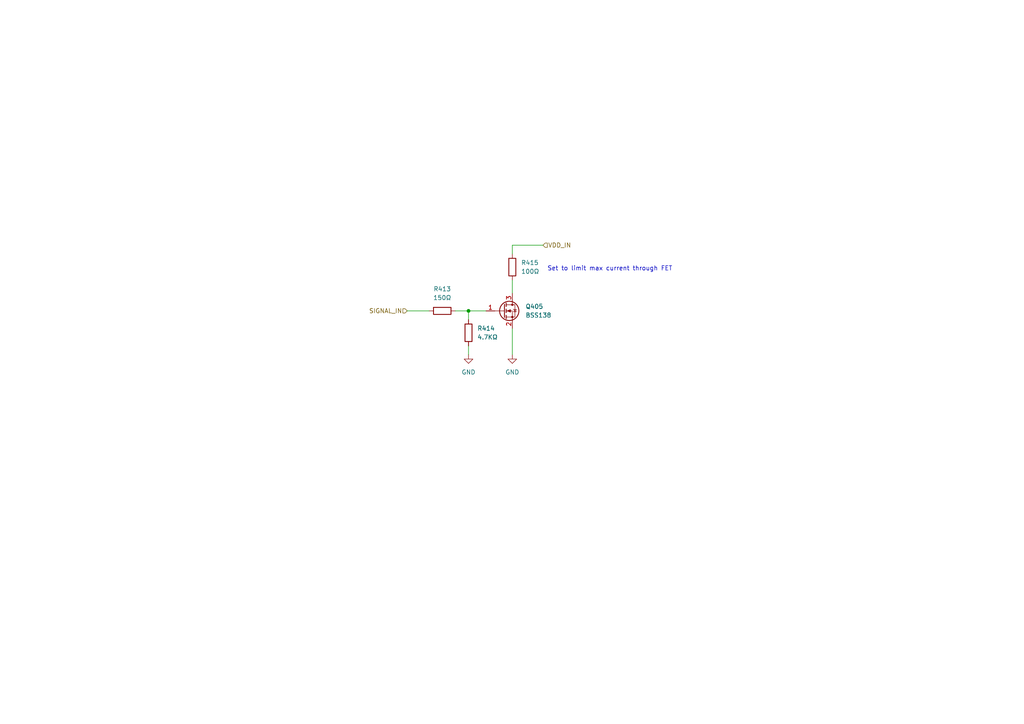
<source format=kicad_sch>
(kicad_sch (version 20211123) (generator eeschema)
  (paper "A4")
  (lib_symbols
    (symbol "Device:R" (pin_numbers hide) (pin_names (offset 0))
      (property "Reference" "R" (at 2.032 0 90))
      (property "Value" "R" (at 0 0 90))
      (symbol "R_0_1"
        (rectangle (start -1.016 -2.54) (end 1.016 2.54) (stroke (width 0.254)))
      )
      (symbol "R_1_1"
        (pin passive line (at 0 3.81 270) (length 1.27) (name "~") (number "1"))
        (pin passive line (at 0 -3.81 90) (length 1.27) (name "~") (number "2"))
      )
    )
    (symbol "Transistor_FET:BSS138" (pin_names hide)
      (property "Reference" "Q" (at 5.08 1.905 0))
      (property "Value" "BSS138" (at 5.08 0 0))
      (symbol "BSS138_0_1"
        (polyline (pts (xy 0.254 0) (xy -2.54 0)))
        (polyline (pts (xy 0.254 1.905) (xy 0.254 -1.905)) (stroke (width 0.254)))
        (polyline (pts (xy 0.762 -1.27) (xy 0.762 -2.286)) (stroke (width 0.254)))
        (polyline (pts (xy 0.762 0.508) (xy 0.762 -0.508)) (stroke (width 0.254)))
        (polyline (pts (xy 0.762 2.286) (xy 0.762 1.27)) (stroke (width 0.254)))
        (polyline (pts (xy 2.54 2.54) (xy 2.54 1.778)))
        (polyline (pts (xy 2.54 -2.54) (xy 2.54 0) (xy 0.762 0)))
        (polyline (pts (xy 0.762 -1.778) (xy 3.302 -1.778) (xy 3.302 1.778) (xy 0.762 1.778)))
        (polyline (pts (xy 1.016 0) (xy 2.032 0.381) (xy 2.032 -0.381) (xy 1.016 0)) (fill (type outline)))
        (polyline (pts (xy 2.794 0.508) (xy 2.921 0.381) (xy 3.683 0.381) (xy 3.81 0.254)))
        (polyline (pts (xy 3.302 0.381) (xy 2.921 -0.254) (xy 3.683 -0.254) (xy 3.302 0.381)))
        (circle (center 1.651 0) (radius 2.794) (stroke (width 0.254)))
        (circle (center 2.54 -1.778) (radius 0.254) (fill (type outline)))
        (circle (center 2.54 1.778) (radius 0.254) (fill (type outline)))
      )
      (symbol "BSS138_1_1"
        (pin input line (at -5.08 0 0) (length 2.54) (name "G") (number "1"))
        (pin passive line (at 2.54 -5.08 90) (length 2.54) (name "S") (number "2"))
        (pin passive line (at 2.54 5.08 270) (length 2.54) (name "D") (number "3"))
      )
    )
    (symbol "power:GND" (power) (pin_names (offset 0))
      (property "Value" "GND" (at 0 -3.81 0))
      (symbol "GND_0_1"
        (polyline (pts (xy 0 0) (xy 0 -1.27) (xy 1.27 -1.27) (xy 0 -2.54) (xy -1.27 -1.27) (xy 0 -1.27)))
      )
      (symbol "GND_1_1"
        (pin power_in line (at 0 0 270) (length 0) hide (name "GND") (number "1"))
      )
    )
  )
  (junction (at 135.89 90.17))
  (wire (pts (xy 148.59 73.66) (xy 148.59 71.12)))
  (wire (pts (xy 148.59 85.09) (xy 148.59 81.28)))
  (wire (pts (xy 135.89 90.17) (xy 135.89 92.71)))
  (wire (pts (xy 132.08 90.17) (xy 135.89 90.17)))
  (wire (pts (xy 118.11 90.17) (xy 124.46 90.17)))
  (wire (pts (xy 135.89 90.17) (xy 140.97 90.17)))
  (wire (pts (xy 148.59 71.12) (xy 157.48 71.12)))
  (wire (pts (xy 135.89 100.33) (xy 135.89 102.87)))
  (wire (pts (xy 148.59 95.25) (xy 148.59 102.87)))
  (text "Set to limit max current through FET" (at 158.75 78.74 0) (effects (font (size 1.27 1.27)) (justify left bottom)))
  (hierarchical_label "VDD_IN" (shape input) (at 157.48 71.12 0))
  (hierarchical_label "SIGNAL_IN" (shape input) (at 118.11 90.17 180))
  (symbol (lib_id "Device:R") (at 128.27 90.17 90)
    (property "Reference" "R413" (at 128.27 83.82 90))
    (property "Value" "150Ω" (at 128.27 86.36 90))
  )
  (symbol (lib_id "Device:R") (at 148.59 77.47 180)
    (property "Reference" "R415" (at 151.13 76.1999 0) (effects (justify right)))
    (property "Value" "100Ω" (at 151.13 78.7399 0) (effects (justify right)))
  )
  (symbol (lib_id "Device:R") (at 135.89 96.52 180)
    (property "Reference" "R414" (at 138.43 95.2499 0) (effects (justify right)))
    (property "Value" "4.7KΩ" (at 138.43 97.7899 0) (effects (justify right)))
  )
  (symbol (lib_id "power:GND") (at 148.59 102.87 0)
    (property "Reference" "#PWR0138" (effects hide))
    (property "Value" "GND" (at 148.59 107.95 0))
  )
  (symbol (lib_id "power:GND") (at 135.89 102.87 0)
    (property "Reference" "#PWR0139" (effects hide))
    (property "Value" "GND" (at 135.89 107.95 0))
  )
  (symbol (lib_id "Transistor_FET:BSS138") (at 146.05 90.17 0)
    (property "Reference" "Q405" (at 152.4 88.8999 0) (effects (justify left)))
    (property "Value" "BSS138" (at 152.4 91.4399 0) (effects (justify left)))
    (property "Footprint" "royale:BSS138" (effects hide))
    (property "Datasheet" "https://www.onsemi.com/pub/Collateral/BSS138-D.PDF" (effects hide))
  )
)
</source>
